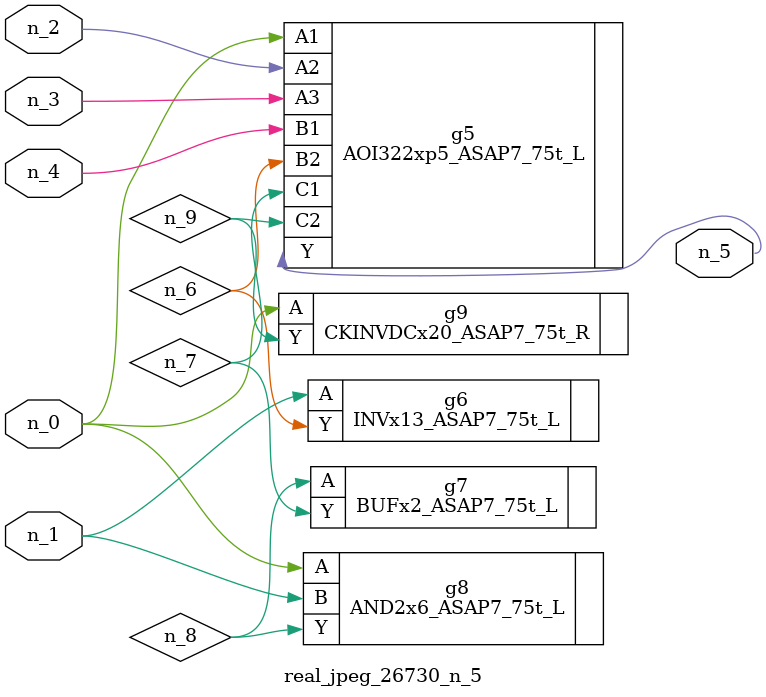
<source format=v>
module real_jpeg_26730_n_5 (n_4, n_0, n_1, n_2, n_3, n_5);

input n_4;
input n_0;
input n_1;
input n_2;
input n_3;

output n_5;

wire n_8;
wire n_6;
wire n_7;
wire n_9;

AOI322xp5_ASAP7_75t_L g5 ( 
.A1(n_0),
.A2(n_2),
.A3(n_3),
.B1(n_4),
.B2(n_6),
.C1(n_7),
.C2(n_9),
.Y(n_5)
);

AND2x6_ASAP7_75t_L g8 ( 
.A(n_0),
.B(n_1),
.Y(n_8)
);

CKINVDCx20_ASAP7_75t_R g9 ( 
.A(n_0),
.Y(n_9)
);

INVx13_ASAP7_75t_L g6 ( 
.A(n_1),
.Y(n_6)
);

BUFx2_ASAP7_75t_L g7 ( 
.A(n_8),
.Y(n_7)
);


endmodule
</source>
